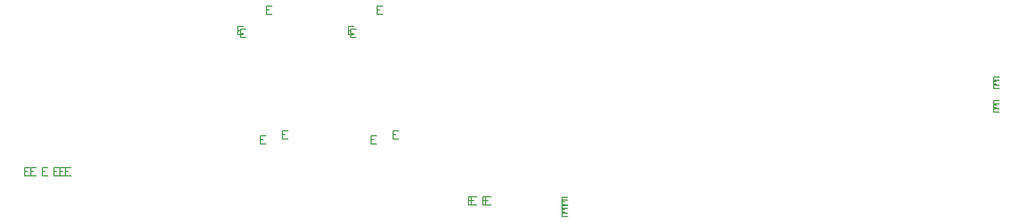
<source format=gbr>
%TF.GenerationSoftware,Altium Limited,Altium Designer,22.4.2 (48)*%
G04 Layer_Color=2752767*
%FSLAX26Y26*%
%MOIN*%
%TF.SameCoordinates,8C98EB32-1E12-42CD-A60B-9DA89663A72C*%
%TF.FilePolarity,Positive*%
%TF.FileFunction,Drawing*%
%TF.Part,Single*%
G01*
G75*
%TA.AperFunction,NonConductor*%
%ADD228C,0.005000*%
D228*
X4921118Y3790141D02*
X4887795D01*
Y3740157D01*
X4921118D01*
X4887795Y3765149D02*
X4904457D01*
X4251827Y3790141D02*
X4218504D01*
Y3740157D01*
X4251827D01*
X4218504Y3765149D02*
X4235165D01*
X4763637Y3648409D02*
X4730315D01*
Y3598425D01*
X4763637D01*
X4730315Y3623417D02*
X4746976D01*
X5019543Y3032267D02*
X4986220D01*
Y2982284D01*
X5019543D01*
X4986220Y3007275D02*
X5002882D01*
X4749858Y3664157D02*
X4716535D01*
Y3614173D01*
X4749858D01*
X4716535Y3639165D02*
X4733197D01*
X4080567Y3664157D02*
X4047244D01*
Y3614173D01*
X4080567D01*
X4047244Y3639165D02*
X4063905D01*
X4350252Y3032267D02*
X4316929D01*
Y2982284D01*
X4350252D01*
X4316929Y3007275D02*
X4333590D01*
X4094346Y3648409D02*
X4061024D01*
Y3598425D01*
X4094346D01*
X4061024Y3623417D02*
X4077685D01*
X4884700Y3002740D02*
X4851378D01*
Y2952756D01*
X4884700D01*
X4851378Y2977748D02*
X4868039D01*
X4215409Y3002740D02*
X4182087D01*
Y2952756D01*
X4215409D01*
X4182087Y2977748D02*
X4198748D01*
X6041197Y2580889D02*
X6007874D01*
Y2530905D01*
X6041197D01*
X6007874Y2555897D02*
X6024535D01*
X6041197Y2563173D02*
X6007874D01*
Y2513189D01*
X6041197D01*
X6007874Y2538181D02*
X6024535D01*
X3037260Y2810220D02*
X3003937D01*
Y2760236D01*
X3037260D01*
X3003937Y2785228D02*
X3020598D01*
X3001827Y2810220D02*
X2968504D01*
Y2760236D01*
X3001827D01*
X2968504Y2785228D02*
X2985165D01*
X2966394Y2810220D02*
X2933071D01*
Y2760236D01*
X2966394D01*
X2933071Y2785228D02*
X2949732D01*
X2895527Y2810220D02*
X2862205D01*
Y2760236D01*
X2895527D01*
X2862205Y2785228D02*
X2878866D01*
X2824661Y2810220D02*
X2791339D01*
Y2760236D01*
X2824661D01*
X2791339Y2785228D02*
X2808000D01*
X2789228Y2810220D02*
X2755906D01*
Y2760236D01*
X2789228D01*
X2755906Y2785228D02*
X2772567D01*
X6041197Y2628133D02*
X6007874D01*
Y2578150D01*
X6041197D01*
X6007874Y2603142D02*
X6024535D01*
X6041197Y2610417D02*
X6007874D01*
Y2560433D01*
X6041197D01*
X6007874Y2585425D02*
X6024535D01*
X8655370Y3196244D02*
X8622047D01*
Y3146260D01*
X8655370D01*
X8622047Y3171252D02*
X8638709D01*
X8655370Y3213960D02*
X8622047D01*
Y3163977D01*
X8655370D01*
X8622047Y3188968D02*
X8638709D01*
X8655370Y3339354D02*
X8622047D01*
Y3289370D01*
X8655370D01*
X8622047Y3314362D02*
X8638709D01*
X8655370Y3357070D02*
X8622047D01*
Y3307087D01*
X8655370D01*
X8622047Y3332079D02*
X8638709D01*
X5475645Y2632661D02*
X5442323D01*
Y2582677D01*
X5475645D01*
X5442323Y2607669D02*
X5458984D01*
X5493362Y2632661D02*
X5460039D01*
Y2582677D01*
X5493362D01*
X5460039Y2607669D02*
X5476701D01*
X5579976Y2632661D02*
X5546654D01*
Y2582677D01*
X5579976D01*
X5546654Y2607669D02*
X5563315D01*
X5562260Y2632661D02*
X5528937D01*
Y2582677D01*
X5562260D01*
X5528937Y2607669D02*
X5545598D01*
%TF.MD5,81ad7a182b19e7dda517e675d76169b1*%
M02*

</source>
